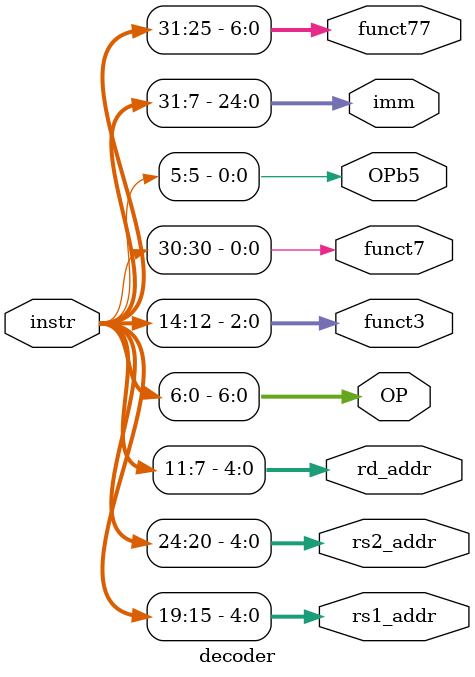
<source format=sv>
module decoder (
  input  logic [31:0]   instr   ,
  output logic [4:0]    rs1_addr,
  output logic [4:0]    rs2_addr,
  output logic [4:0]    rd_addr ,
  output logic [6:0]    OP      ,
  output logic [2:0]    funct3  ,
  output logic          funct7  ,
  output logic          OPb5    ,
  output logic [24:0]   imm     ,
  output logic [6:0]    funct77
);
  always_comb begin
    rs1_addr = instr[19:15];
	 rs2_addr = instr[24:20];
	 rd_addr  = instr[11:7];
	 OP       = instr[6:0];
	 OPb5	 	 = instr[5];
	 funct3   = instr[14:12];
	 funct7   = instr[30];
	 imm      = instr[31:7];
	 funct77  = instr[31:25];
  end
   
endmodule
</source>
